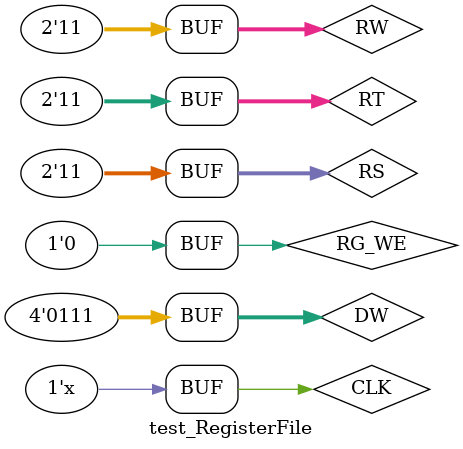
<source format=v>
`timescale 1ns / 1ps


module test_RegisterFile;

	// Inputs
	reg [0:1] RS;
	reg [0:3] DW;
	reg [0:1] RW;
	reg RG_WE;
	reg [0:1] RT;
	reg CLK;

	// Outputs
	wire [0:3] CRS;
	wire [0:3] CRT;

	// Instantiate the Unit Under Test (UUT)
	RegisterFile uut (
		.RS(RS), 
		.DW(DW), 
		.RW(RW), 
		.RG_WE(RG_WE), 
		.RT(RT), 
		.CLK(CLK), 
		.CRS(CRS), 
		.CRT(CRT)
	);
	
	always begin
     #10  CLK = ~CLK; // Toggle clock every 5 ticks
   end
	initial begin
		// Initialize Inputs
		RS = 0;
		DW = 0;
		RW = 0;
		RG_WE = 1;
		RT = 0;
		CLK = 0;

		// Wait 100 ns for global reset to finish
		#100;
			RS = 00;
			DW = 0011;
			RW = 00;
			RT = 00;
		#100;
			RS = 01;
			DW = 0001;
			RW = 01;
			RT = 01;
		#100;
			RS = 10;
			DW = 0000;
			RW = 10;
			RT = 10;
		#100;
			RS = 11;
			DW = 1111;
			RW = 11;
			RT = 11;
		#100;
			RG_WE = 0;
			RS = 00;
			RT = 01;
		#100;
			RS = 01;
			RT = 01;
		#100;
			RS = 10;
			RT = 10;
		#100;
			RS = 11;
			RT = 11;
        
		// Add stimulus here

	end
      
endmodule


</source>
